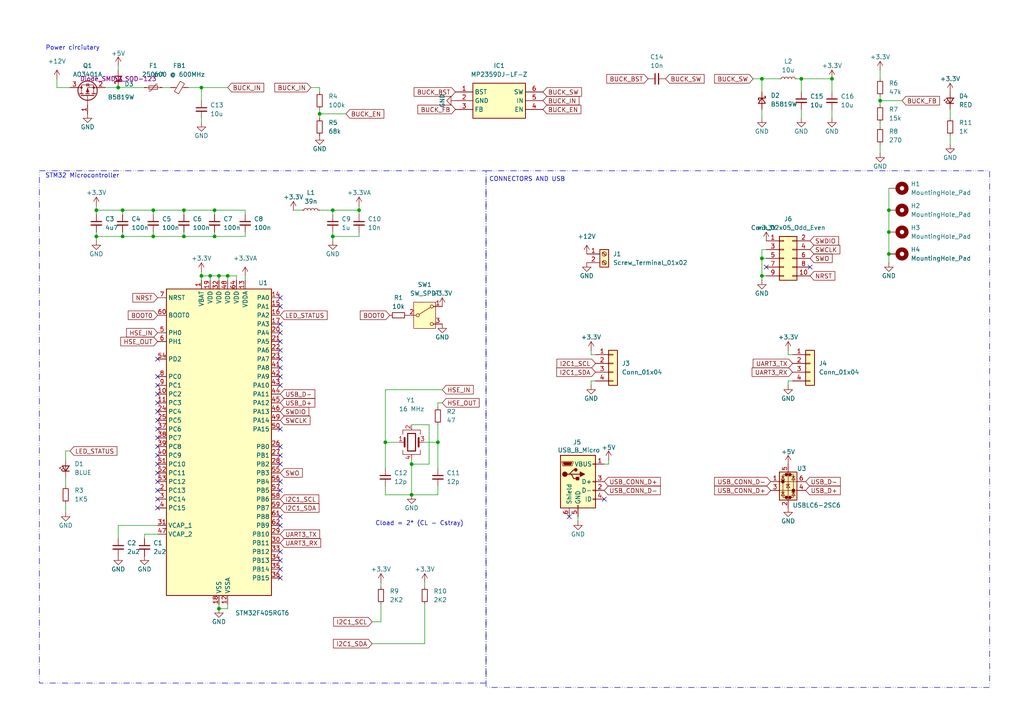
<source format=kicad_sch>
(kicad_sch (version 20231120) (generator "eeschema") (generator_version "8.0")
  (paper "A4")
  (title_block (title "STM32F4_TEST BOARD") (date "2024-07-19") (rev "2.0") (company "IIT JODHPUR"))
  (junction (at 58.42 80.01))
  (junction (at 58.42 25.4))
  (junction (at 63.5 176.53))
  (junction (at 257.81 60.96))
  (junction (at 63.5 80.01))
  (junction (at 62.23 68.58))
  (junction (at 44.45 60.96))
  (junction (at 257.81 67.31))
  (junction (at 220.98 80.01))
  (junction (at 127 128.27))
  (junction (at 53.34 68.58))
  (junction (at 27.94 60.96))
  (junction (at 220.98 22.86))
  (junction (at 53.34 60.96))
  (junction (at 119.38 134.62))
  (junction (at 111.76 128.27))
  (junction (at 257.81 73.66))
  (junction (at 35.56 60.96))
  (junction (at 62.23 60.96))
  (junction (at 104.14 60.96))
  (junction (at 255.27 29.21))
  (junction (at 27.94 68.58))
  (junction (at 96.52 68.58))
  (junction (at 220.98 74.93))
  (junction (at 34.29 25.4))
  (junction (at 119.38 143.51))
  (junction (at 66.04 80.01))
  (junction (at 44.45 68.58))
  (junction (at 60.96 80.01))
  (junction (at 96.52 60.96))
  (junction (at 232.41 22.86))
  (junction (at 241.3 22.86))
  (junction (at 35.56 68.58))
  (junction (at 92.71 33.02))
  (no_connect (at 81.28 106.68))
  (no_connect (at 222.25 77.47))
  (no_connect (at 165.1 149.86))
  (no_connect (at 81.28 142.24))
  (no_connect (at 45.72 116.84))
  (no_connect (at 45.72 142.24))
  (no_connect (at 234.95 77.47))
  (no_connect (at 81.28 129.54))
  (no_connect (at 81.28 160.02))
  (no_connect (at 81.28 162.56))
  (no_connect (at 81.28 124.46))
  (no_connect (at 81.28 93.98))
  (no_connect (at 81.28 139.7))
  (no_connect (at 45.72 147.32))
  (no_connect (at 81.28 134.62))
  (no_connect (at 81.28 109.22))
  (no_connect (at 45.72 127))
  (no_connect (at 45.72 121.92))
  (no_connect (at 45.72 104.14))
  (no_connect (at 81.28 111.76))
  (no_connect (at 45.72 137.16))
  (no_connect (at 81.28 99.06))
  (no_connect (at 175.26 144.78))
  (no_connect (at 45.72 144.78))
  (no_connect (at 81.28 132.08))
  (no_connect (at 45.72 139.7))
  (no_connect (at 81.28 88.9))
  (no_connect (at 45.72 109.22))
  (no_connect (at 81.28 149.86))
  (no_connect (at 45.72 132.08))
  (no_connect (at 45.72 111.76))
  (no_connect (at 45.72 124.46))
  (no_connect (at 45.72 134.62))
  (no_connect (at 81.28 167.64))
  (no_connect (at 45.72 114.3))
  (no_connect (at 45.72 129.54))
  (no_connect (at 81.28 165.1))
  (no_connect (at 81.28 104.14))
  (no_connect (at 81.28 96.52))
  (no_connect (at 81.28 101.6))
  (no_connect (at 45.72 119.38))
  (no_connect (at 81.28 86.36))
  (no_connect (at 81.28 152.4))
  (wire (pts (xy 255.27 27.94) (xy 255.27 29.21)))
  (wire (pts (xy 104.14 67.31) (xy 104.14 68.58)))
  (wire (pts (xy 257.81 54.61) (xy 257.81 60.96)))
  (wire (pts (xy 41.91 154.94) (xy 45.72 154.94)))
  (wire (pts (xy 96.52 68.58) (xy 96.52 69.85)))
  (wire (pts (xy 44.45 60.96) (xy 44.45 62.23)))
  (wire (pts (xy 275.59 39.37) (xy 275.59 41.91)))
  (wire (pts (xy 58.42 25.4) (xy 58.42 29.21)))
  (wire (pts (xy 107.95 180.34) (xy 110.49 180.34)))
  (wire (pts (xy 62.23 60.96) (xy 62.23 62.23)))
  (wire (pts (xy 104.14 59.69) (xy 104.14 60.96)))
  (wire (pts (xy 60.96 80.01) (xy 63.5 80.01)))
  (wire (pts (xy 220.98 22.86) (xy 220.98 26.67)))
  (wire (pts (xy 53.34 60.96) (xy 53.34 62.23)))
  (wire (pts (xy 54.61 25.4) (xy 58.42 25.4)))
  (wire (pts (xy 96.52 60.96) (xy 96.52 62.23)))
  (wire (pts (xy 107.95 186.69) (xy 123.19 186.69)))
  (wire (pts (xy 34.29 152.4) (xy 45.72 152.4)))
  (wire (pts (xy 104.14 60.96) (xy 96.52 60.96)))
  (wire (pts (xy 41.91 156.21) (xy 41.91 154.94)))
  (wire (pts (xy 92.71 31.75) (xy 92.71 33.02)))
  (wire (pts (xy 255.27 41.91) (xy 255.27 44.45)))
  (wire (pts (xy 58.42 34.29) (xy 58.42 35.56)))
  (wire (pts (xy 27.94 68.58) (xy 27.94 69.85)))
  (wire (pts (xy 34.29 19.05) (xy 34.29 20.32)))
  (wire (pts (xy 175.26 134.62) (xy 176.53 134.62)))
  (wire (pts (xy 255.27 20.32) (xy 255.27 22.86)))
  (wire (pts (xy 119.38 134.62) (xy 119.38 143.51)))
  (wire (pts (xy 58.42 78.74) (xy 58.42 80.01)))
  (wire (pts (xy 71.12 60.96) (xy 71.12 62.23)))
  (wire (pts (xy 124.46 123.19) (xy 124.46 134.62)))
  (wire (pts (xy 71.12 80.01) (xy 71.12 81.28)))
  (wire (pts (xy 255.27 29.21) (xy 261.62 29.21)))
  (wire (pts (xy 63.5 80.01) (xy 66.04 80.01)))
  (wire (pts (xy 172.72 110.49) (xy 171.45 110.49)))
  (wire (pts (xy 232.41 31.75) (xy 232.41 34.29)))
  (wire (pts (xy 63.5 176.53) (xy 66.04 176.53)))
  (wire (pts (xy 123.19 168.91) (xy 123.19 170.18)))
  (wire (pts (xy 71.12 68.58) (xy 71.12 67.31)))
  (wire (pts (xy 111.76 113.03) (xy 111.76 128.27)))
  (wire (pts (xy 27.94 60.96) (xy 27.94 62.23)))
  (wire (pts (xy 19.05 130.81) (xy 20.32 130.81)))
  (wire (pts (xy 85.09 60.96) (xy 87.63 60.96)))
  (wire (pts (xy 92.71 25.4) (xy 92.71 26.67)))
  (wire (pts (xy 128.27 116.84) (xy 127 116.84)))
  (wire (pts (xy 34.29 25.4) (xy 41.91 25.4)))
  (wire (pts (xy 119.38 143.51) (xy 127 143.51)))
  (wire (pts (xy 44.45 60.96) (xy 53.34 60.96)))
  (wire (pts (xy 60.96 80.01) (xy 60.96 81.28)))
  (wire (pts (xy 255.27 29.21) (xy 255.27 30.48)))
  (wire (pts (xy 222.25 80.01) (xy 220.98 80.01)))
  (wire (pts (xy 68.58 80.01) (xy 68.58 81.28)))
  (wire (pts (xy 127 128.27) (xy 123.19 128.27)))
  (wire (pts (xy 220.98 74.93) (xy 222.25 74.93)))
  (wire (pts (xy 119.38 123.19) (xy 124.46 123.19)))
  (wire (pts (xy 27.94 67.31) (xy 27.94 68.58)))
  (wire (pts (xy 231.14 22.86) (xy 232.41 22.86)))
  (wire (pts (xy 241.3 26.67) (xy 241.3 22.86)))
  (wire (pts (xy 19.05 146.05) (xy 19.05 148.59)))
  (wire (pts (xy 111.76 143.51) (xy 119.38 143.51)))
  (wire (pts (xy 35.56 68.58) (xy 44.45 68.58)))
  (wire (pts (xy 30.48 25.4) (xy 34.29 25.4)))
  (wire (pts (xy 257.81 60.96) (xy 257.81 67.31)))
  (wire (pts (xy 19.05 133.35) (xy 19.05 130.81)))
  (wire (pts (xy 104.14 62.23) (xy 104.14 60.96)))
  (wire (pts (xy 220.98 72.39) (xy 222.25 72.39)))
  (wire (pts (xy 128.27 113.03) (xy 111.76 113.03)))
  (wire (pts (xy 53.34 68.58) (xy 62.23 68.58)))
  (wire (pts (xy 62.23 68.58) (xy 71.12 68.58)))
  (wire (pts (xy 228.6 110.49) (xy 229.87 110.49)))
  (wire (pts (xy 63.5 80.01) (xy 63.5 81.28)))
  (wire (pts (xy 127 135.89) (xy 127 128.27)))
  (wire (pts (xy 220.98 74.93) (xy 220.98 72.39)))
  (wire (pts (xy 176.53 134.62) (xy 176.53 133.35)))
  (wire (pts (xy 241.3 31.75) (xy 241.3 34.29)))
  (wire (pts (xy 257.81 73.66) (xy 257.81 76.2)))
  (wire (pts (xy 62.23 67.31) (xy 62.23 68.58)))
  (wire (pts (xy 127 140.97) (xy 127 143.51)))
  (wire (pts (xy 27.94 60.96) (xy 35.56 60.96)))
  (wire (pts (xy 111.76 140.97) (xy 111.76 143.51)))
  (wire (pts (xy 66.04 176.53) (xy 66.04 175.26)))
  (wire (pts (xy 16.51 25.4) (xy 20.32 25.4)))
  (wire (pts (xy 35.56 60.96) (xy 35.56 62.23)))
  (wire (pts (xy 63.5 175.26) (xy 63.5 176.53)))
  (wire (pts (xy 96.52 67.31) (xy 96.52 68.58)))
  (wire (pts (xy 171.45 102.87) (xy 172.72 102.87)))
  (wire (pts (xy 58.42 80.01) (xy 58.42 81.28)))
  (wire (pts (xy 44.45 68.58) (xy 53.34 68.58)))
  (wire (pts (xy 92.71 33.02) (xy 100.33 33.02)))
  (wire (pts (xy 220.98 80.01) (xy 220.98 74.93)))
  (wire (pts (xy 127 123.19) (xy 127 128.27)))
  (wire (pts (xy 228.6 101.6) (xy 228.6 102.87)))
  (wire (pts (xy 123.19 186.69) (xy 123.19 175.26)))
  (wire (pts (xy 66.04 80.01) (xy 66.04 81.28)))
  (wire (pts (xy 53.34 67.31) (xy 53.34 68.58)))
  (wire (pts (xy 255.27 35.56) (xy 255.27 36.83)))
  (wire (pts (xy 96.52 68.58) (xy 104.14 68.58)))
  (wire (pts (xy 44.45 67.31) (xy 44.45 68.58)))
  (wire (pts (xy 110.49 180.34) (xy 110.49 175.26)))
  (wire (pts (xy 241.3 22.86) (xy 232.41 22.86)))
  (wire (pts (xy 46.99 25.4) (xy 49.53 25.4)))
  (wire (pts (xy 111.76 135.89) (xy 111.76 128.27)))
  (wire (pts (xy 35.56 60.96) (xy 44.45 60.96)))
  (wire (pts (xy 90.17 25.4) (xy 92.71 25.4)))
  (wire (pts (xy 220.98 22.86) (xy 226.06 22.86)))
  (wire (pts (xy 58.42 25.4) (xy 66.04 25.4)))
  (wire (pts (xy 220.98 31.75) (xy 220.98 34.29)))
  (wire (pts (xy 66.04 80.01) (xy 68.58 80.01)))
  (wire (pts (xy 228.6 102.87) (xy 229.87 102.87)))
  (wire (pts (xy 16.51 25.4) (xy 16.51 22.86)))
  (wire (pts (xy 27.94 68.58) (xy 35.56 68.58)))
  (wire (pts (xy 53.34 60.96) (xy 62.23 60.96)))
  (wire (pts (xy 124.46 134.62) (xy 119.38 134.62)))
  (wire (pts (xy 257.81 67.31) (xy 257.81 73.66)))
  (wire (pts (xy 171.45 101.6) (xy 171.45 102.87)))
  (wire (pts (xy 34.29 152.4) (xy 34.29 156.21)))
  (wire (pts (xy 92.71 60.96) (xy 96.52 60.96)))
  (wire (pts (xy 127 116.84) (xy 127 118.11)))
  (wire (pts (xy 111.76 128.27) (xy 115.57 128.27)))
  (wire (pts (xy 220.98 80.01) (xy 220.98 81.28)))
  (wire (pts (xy 27.94 59.69) (xy 27.94 60.96)))
  (wire (pts (xy 275.59 31.75) (xy 275.59 34.29)))
  (wire (pts (xy 167.64 149.86) (xy 167.64 151.13)))
  (wire (pts (xy 228.6 111.76) (xy 228.6 110.49)))
  (wire (pts (xy 171.45 110.49) (xy 171.45 111.76)))
  (wire (pts (xy 62.23 60.96) (xy 71.12 60.96)))
  (wire (pts (xy 92.71 33.02) (xy 92.71 34.29)))
  (wire (pts (xy 218.44 22.86) (xy 220.98 22.86)))
  (wire (pts (xy 58.42 80.01) (xy 60.96 80.01)))
  (wire (pts (xy 19.05 138.43) (xy 19.05 140.97)))
  (wire (pts (xy 110.49 168.91) (xy 110.49 170.18)))
  (wire (pts (xy 232.41 22.86) (xy 232.41 26.67)))
  (wire (pts (xy 35.56 67.31) (xy 35.56 68.58)))
  (wire (pts (xy 119.38 133.35) (xy 119.38 134.62)))
  (rectangle (start 140.97 49.53) (end 287.02 199.39) (stroke (width 0) (type dash_dot_dot)))
  (rectangle (start 11.43 49.53) (end 140.97 198.12) (stroke (width 0) (type dash_dot_dot)))
  (text "CONNECTORS AND USB\n" (at 152.908 52.07 0) (effects (font (size 1.27 1.27))))
  (text "Cload = 2* (CL - Cstray)" (at 121.666 151.892 0) (effects (font (size 1.27 1.27))))
  (text "Power circiutary\n" (at 21.082 13.97 0) (effects (font (size 1.27 1.27))))
  (text "STM32 Microcontroller" (at 23.876 51.054 0) (effects (font (size 1.27 1.27))))
  (global_label "I2C1_SDA" (shape input) (at 81.28 147.32 0) (property "Intersheetrefs" "${INTERSHEET_REFS}" (effects (hide yes))))
  (global_label "HSE_OUT" (shape input) (at 128.27 116.84 0) (property "Intersheetrefs" "${INTERSHEET_REFS}" (effects (hide yes))))
  (global_label "SWDIO" (shape input) (at 234.95 69.85 0) (property "Intersheetrefs" "${INTERSHEET_REFS}" (effects (hide yes))))
  (global_label "USB_D-" (shape input) (at 81.28 114.3 0) (property "Intersheetrefs" "${INTERSHEET_REFS}" (effects (hide yes))))
  (global_label "BUCK_SW" (shape input) (at 157.48 26.67 0) (property "Intersheetrefs" "${INTERSHEET_REFS}" (effects (hide yes))))
  (global_label "UART3_TX" (shape input) (at 229.87 105.41 180) (property "Intersheetrefs" "${INTERSHEET_REFS}" (effects (hide yes))))
  (global_label "NRST" (shape input) (at 234.95 80.01 0) (property "Intersheetrefs" "${INTERSHEET_REFS}" (effects (hide yes))))
  (global_label "BUCK_FB" (shape input) (at 132.08 31.75 180) (property "Intersheetrefs" "${INTERSHEET_REFS}" (effects (hide yes))))
  (global_label "SWCLK" (shape input) (at 234.95 72.39 0) (property "Intersheetrefs" "${INTERSHEET_REFS}" (effects (hide yes))))
  (global_label "BUCK_EN" (shape input) (at 100.33 33.02 0) (property "Intersheetrefs" "${INTERSHEET_REFS}" (effects (hide yes))))
  (global_label "BUCK_SW" (shape input) (at 218.44 22.86 180) (property "Intersheetrefs" "${INTERSHEET_REFS}" (effects (hide yes))))
  (global_label "UART3_RX" (shape input) (at 229.87 107.95 180) (property "Intersheetrefs" "${INTERSHEET_REFS}" (effects (hide yes))))
  (global_label "NRST" (shape input) (at 45.72 86.36 180) (property "Intersheetrefs" "${INTERSHEET_REFS}" (effects (hide yes))))
  (global_label "USB_D+" (shape input) (at 233.68 142.24 0) (property "Intersheetrefs" "${INTERSHEET_REFS}" (effects (hide yes))))
  (global_label "I2C1_SCL" (shape input) (at 81.28 144.78 0) (property "Intersheetrefs" "${INTERSHEET_REFS}" (effects (hide yes))))
  (global_label "SWO" (shape input) (at 81.28 137.16 0) (property "Intersheetrefs" "${INTERSHEET_REFS}" (effects (hide yes))))
  (global_label "BUCK_BST" (shape input) (at 187.96 22.86 180) (property "Intersheetrefs" "${INTERSHEET_REFS}" (effects (hide yes))))
  (global_label "USB_D-" (shape input) (at 233.68 139.7 0) (property "Intersheetrefs" "${INTERSHEET_REFS}" (effects (hide yes))))
  (global_label "BUCK_BST" (shape input) (at 132.08 26.67 180) (property "Intersheetrefs" "${INTERSHEET_REFS}" (effects (hide yes))))
  (global_label "BUCK_IN" (shape input) (at 157.48 29.21 0) (property "Intersheetrefs" "${INTERSHEET_REFS}" (effects (hide yes))))
  (global_label "LED_STATUS" (shape input) (at 20.32 130.81 0) (property "Intersheetrefs" "${INTERSHEET_REFS}" (effects (hide yes))))
  (global_label "BOOT0" (shape input) (at 113.03 91.44 180) (property "Intersheetrefs" "${INTERSHEET_REFS}" (effects (hide yes))))
  (global_label "SWCLK" (shape input) (at 81.28 121.92 0) (property "Intersheetrefs" "${INTERSHEET_REFS}" (effects (hide yes))))
  (global_label "UART3_TX" (shape input) (at 81.28 154.94 0) (property "Intersheetrefs" "${INTERSHEET_REFS}" (effects (hide yes))))
  (global_label "SWO" (shape input) (at 234.95 74.93 0) (property "Intersheetrefs" "${INTERSHEET_REFS}" (effects (hide yes))))
  (global_label "I2C1_SCL" (shape input) (at 107.95 180.34 180) (property "Intersheetrefs" "${INTERSHEET_REFS}" (effects (hide yes))))
  (global_label "BUCK_FB" (shape input) (at 261.62 29.21 0) (property "Intersheetrefs" "${INTERSHEET_REFS}" (effects (hide yes))))
  (global_label "USB_CONN_D-" (shape input) (at 175.26 142.24 0) (property "Intersheetrefs" "${INTERSHEET_REFS}" (effects (hide yes))))
  (global_label "BUCK_EN" (shape input) (at 157.48 31.75 0) (property "Intersheetrefs" "${INTERSHEET_REFS}" (effects (hide yes))))
  (global_label "I2C1_SCL" (shape input) (at 172.72 105.41 180) (property "Intersheetrefs" "${INTERSHEET_REFS}" (effects (hide yes))))
  (global_label "BUCK_IN" (shape input) (at 66.04 25.4 0) (property "Intersheetrefs" "${INTERSHEET_REFS}" (effects (hide yes))))
  (global_label "BOOT0" (shape input) (at 45.72 91.44 180) (property "Intersheetrefs" "${INTERSHEET_REFS}" (effects (hide yes))))
  (global_label "HSE_IN" (shape input) (at 45.72 96.52 180) (property "Intersheetrefs" "${INTERSHEET_REFS}" (effects (hide yes))))
  (global_label "I2C1_SDA" (shape input) (at 107.95 186.69 180) (property "Intersheetrefs" "${INTERSHEET_REFS}" (effects (hide yes))))
  (global_label "HSE_OUT" (shape input) (at 45.72 99.06 180) (property "Intersheetrefs" "${INTERSHEET_REFS}" (effects (hide yes))))
  (global_label "BUCK_SW" (shape input) (at 193.04 22.86 0) (property "Intersheetrefs" "${INTERSHEET_REFS}" (effects (hide yes))))
  (global_label "USB_CONN_D-" (shape input) (at 223.52 139.7 180) (property "Intersheetrefs" "${INTERSHEET_REFS}" (effects (hide yes))))
  (global_label "I2C1_SDA" (shape input) (at 172.72 107.95 180) (property "Intersheetrefs" "${INTERSHEET_REFS}" (effects (hide yes))))
  (global_label "SWDIO" (shape input) (at 81.28 119.38 0) (property "Intersheetrefs" "${INTERSHEET_REFS}" (effects (hide yes))))
  (global_label "UART3_RX" (shape input) (at 81.28 157.48 0) (property "Intersheetrefs" "${INTERSHEET_REFS}" (effects (hide yes))))
  (global_label "USB_CONN_D+" (shape input) (at 175.26 139.7 0) (property "Intersheetrefs" "${INTERSHEET_REFS}" (effects (hide yes))))
  (global_label "LED_STATUS" (shape input) (at 81.28 91.44 0) (property "Intersheetrefs" "${INTERSHEET_REFS}" (effects (hide yes))))
  (global_label "USB_CONN_D+" (shape input) (at 223.52 142.24 180) (property "Intersheetrefs" "${INTERSHEET_REFS}" (effects (hide yes))))
  (global_label "HSE_IN" (shape input) (at 128.27 113.03 0) (property "Intersheetrefs" "${INTERSHEET_REFS}" (effects (hide yes))))
  (global_label "USB_D+" (shape input) (at 81.28 116.84 0) (property "Intersheetrefs" "${INTERSHEET_REFS}" (effects (hide yes))))
  (global_label "BUCK_IN" (shape input) (at 90.17 25.4 180) (property "Intersheetrefs" "${INTERSHEET_REFS}" (effects (hide yes))))
  (symbol (lib_id "Transistor_FET:AO3401A") (at 25.4 27.94 90) (unit 1)
    (property "Reference" "Q1" (at 25.4 19.05 90))
    (property "Value" "AO3401A" (at 25.4 21.59 90))
    (property "Footprint" "Package_TO_SOT_SMD:SOT-23" (effects (hide yes)))
    (property "Datasheet" "http://www.aosmd.com/pdfs/datasheet/AO3401A.pdf" (effects (hide yes)))
    (property "Description" "-4.0A Id, -30V Vds, P-Channel MOSFET, SOT-23" (effects (hide yes)))
  )
  (symbol (lib_id "Device:R_Small") (at 255.27 39.37 0) (unit 1)
    (property "Reference" "R8" (at 257.81 38.0999 0) (effects (justify left)))
    (property "Value" "270" (at 257.81 40.6399 0) (effects (justify left)))
    (property "Footprint" "Resistor_SMD:R_0603_1608Metric" (effects (hide yes)))
    (property "Description" "Resistor, small symbol" (effects (hide yes)))
  )
  (symbol (lib_id "Device:D_Schottky_Small") (at 220.98 29.21 270) (unit 1)
    (property "Reference" "D2" (at 223.52 27.6859 90) (effects (justify left)))
    (property "Value" "B5819W" (at 223.52 30.2259 90) (effects (justify left)))
    (property "Footprint" "Diode_SMD:D_SOD-123" (effects (hide yes)))
    (property "Description" "Schottky diode, small symbol" (effects (hide yes)))
  )
  (symbol (lib_id "power:GND") (at 171.45 111.76 0) (unit 1)
    (property "Reference" "#PWRc016" (effects (hide yes)))
    (property "Value" "GND" (at 171.45 115.57 0))
    (property "Description" "Power symbol creates a global label with name \"GND\" , ground" (effects (hide yes)))
  )
  (symbol (lib_id "power:+12V") (at 170.18 73.66 0) (unit 1)
    (property "Reference" "#PWR010" (effects (hide yes)))
    (property "Value" "+12V" (at 170.18 68.58 0))
    (property "Description" "Power symbol creates a global label with name \"+12V\"" (effects (hide yes)))
  )
  (symbol (lib_id "MCU_ST_STM32F4:STM32F405RGTx") (at 63.5 129.54 0) (unit 1)
    (property "Reference" "U1" (at 74.93 82.042 0) (effects (justify left)))
    (property "Value" "STM32F405RGT6" (at 68.2341 177.8 0) (effects (justify left)))
    (property "Footprint" "Package_QFP:LQFP-64_10x10mm_P0.5mm" (effects (hide yes)))
    (property "Datasheet" "https://www.st.com/resource/en/datasheet/stm32f405rg.pdf" (effects (hide yes)))
    (property "Description" "STMicroelectronics Arm Cortex-M4 MCU, 1024KB flash, 192KB RAM, 168 MHz, 1.8-3.6V, 51 GPIO, LQFP64" (effects (hide yes)))
  )
  (symbol (lib_id "power:+5V") (at 176.53 133.35 0) (unit 1)
    (property "Reference" "#PWR017" (effects (hide yes)))
    (property "Value" "+5V" (at 176.53 129.794 0))
    (property "Description" "Power symbol creates a global label with name \"+5V\"" (effects (hide yes)))
  )
  (symbol (lib_id "MP2359DJ-LF-Z:MP2359DJ-LF-Z") (at 132.08 26.67 0) (unit 1)
    (property "Reference" "IC1" (at 144.78 19.05 0))
    (property "Value" "MP2359DJ-LF-Z" (at 144.78 21.59 0))
    (property "Footprint" "Package_TO_SOT_SMD:SOT-23-6" (effects (hide yes)))
    (property "Datasheet" "https://datasheet.datasheetarchive.com/originals/distributors/Datasheets_SAMA/89d986a89c59d1844ef77b6f65b8a4d2.pdf" (effects (hide yes)))
    (property "Description" "Voltage Regulators - Switching Regulators 1A 24V 1.4MHz Non-sync Buck" (effects (hide yes)))
    (property "Height" "1" (effects (hide yes)))
    (property "Mouser Part Number" "946-MP2359DJLFZ" (effects (hide yes)))
    (property "Mouser Price/Stock" "https://www.mouser.co.uk/ProductDetail/Monolithic-Power-Systems-MPS/MP2359DJ-LF-Z?qs=rC7bBWoQAAkgAaURxgQSyA%3D%3D" (effects (hide yes)))
    (property "Manufacturer_Name" "Monolithic Power Systems (MPS)" (effects (hide yes)))
    (property "Manufacturer_Part_Number" "MP2359DJ-LF-Z" (effects (hide yes)))
  )
  (symbol (lib_id "power:+3.3V") (at 222.25 69.85 0) (unit 1)
    (property "Reference" "#PWR011" (effects (hide yes)))
    (property "Value" "+3.3V" (at 222.25 66.04 0))
    (property "Description" "Power symbol creates a global label with name \"+3.3V\"" (effects (hide yes)))
  )
  (symbol (lib_id "power:+3.3V") (at 85.09 60.96 0) (unit 1)
    (property "Reference" "#PWR05" (effects (hide yes)))
    (property "Value" "+3.3V" (at 85.09 57.15 0))
    (property "Description" "Power symbol creates a global label with name \"+3.3V\"" (effects (hide yes)))
  )
  (symbol (lib_id "power:+3.3V") (at 58.42 78.74 0) (unit 1)
    (property "Reference" "#PWR02" (effects (hide yes)))
    (property "Value" "+3.3V" (at 58.42 74.93 0))
    (property "Description" "Power symbol creates a global label with name \"+3.3V\"" (effects (hide yes)))
  )
  (symbol (lib_id "power:GND") (at 257.81 76.2 0) (unit 1)
    (property "Reference" "#PWRc023" (effects (hide yes)))
    (property "Value" "GND" (at 257.81 80.01 0))
    (property "Description" "Power symbol creates a global label with name \"GND\" , ground" (effects (hide yes)))
  )
  (symbol (lib_id "power:GND") (at 167.64 151.13 0) (unit 1)
    (property "Reference" "#PWRc019" (effects (hide yes)))
    (property "Value" "GND" (at 167.64 154.94 0))
    (property "Description" "Power symbol creates a global label with name \"GND\" , ground" (effects (hide yes)))
  )
  (symbol (lib_id "Device:D_Schottky_Small") (at 34.29 22.86 90) (unit 1)
    (property "Reference" "D3" (at 36.068 24.384 90) (effects (justify right)))
    (property "Value" "B5819W" (at 31.242 28.194 90) (effects (justify right)))
    (property "Footprint" "Diode_SMD:D_SOD-123" (at 34.29 22.86 90))
    (property "Description" "Schottky diode, small symbol" (effects (hide yes)))
  )
  (symbol (lib_id "power:GND") (at 96.52 69.85 0) (unit 1)
    (property "Reference" "#PWRc05" (effects (hide yes)))
    (property "Value" "GND" (at 96.52 73.66 0))
    (property "Description" "Power symbol creates a global label with name \"GND\" , ground" (effects (hide yes)))
  )
  (symbol (lib_id "power:+3.3V") (at 128.27 88.9 0) (unit 1)
    (property "Reference" "#PWR01" (effects (hide yes)))
    (property "Value" "+3.3V" (at 128.27 85.09 0))
    (property "Description" "Power symbol creates a global label with name \"+3.3V\"" (effects (hide yes)))
  )
  (symbol (lib_id "Device:R_Small") (at 92.71 29.21 0) (unit 1)
    (property "Reference" "R4" (at 95.25 27.9399 0) (effects (justify left)))
    (property "Value" "100k" (at 95.25 30.4799 0) (effects (justify left)))
    (property "Footprint" "Resistor_SMD:R_0603_1608Metric" (effects (hide yes)))
    (property "Description" "Resistor, small symbol" (effects (hide yes)))
  )
  (symbol (lib_id "power:GND") (at 58.42 35.56 0) (unit 1)
    (property "Reference" "#PWRc09" (effects (hide yes)))
    (property "Value" "GND" (at 58.42 39.37 0))
    (property "Description" "Power symbol creates a global label with name \"GND\" , ground" (effects (hide yes)))
  )
  (symbol (lib_id "Connector_Generic:Conn_01x04") (at 177.8 105.41 0) (unit 1)
    (property "Reference" "J3" (at 180.34 105.4099 0) (effects (justify left)))
    (property "Value" "Conn_01x04" (at 180.34 107.9499 0) (effects (justify left)))
    (property "Footprint" "Connector_Molex:Molex_PicoBlade_53048-0410_1x04_P1.25mm_Horizontal" (effects (hide yes)))
    (property "Description" "Generic connector, single row, 01x04, script generated (kicad-library-utils/schlib/autogen/connector/)" (effects (hide yes)))
  )
  (symbol (lib_id "Device:C_Small") (at 71.12 64.77 0) (unit 1)
    (property "Reference" "C8" (at 73.66 63.5062 0) (effects (justify left)))
    (property "Value" "100n" (at 73.66 66.0462 0) (effects (justify left)))
    (property "Footprint" "Capacitor_SMD:C_0402_1005Metric" (effects (hide yes)))
    (property "Description" "Unpolarized capacitor, small symbol" (effects (hide yes)))
  )
  (symbol (lib_id "Device:Polyfuse_Small") (at 44.45 25.4 270) (unit 1)
    (property "Reference" "F1" (at 44.45 19.05 90))
    (property "Value" "250mA" (at 44.45 21.59 90))
    (property "Footprint" "Fuse:Fuse_1206_3216Metric" (effects (hide yes)))
    (property "Description" "Resettable fuse, polymeric positive temperature coefficient, small symbol" (effects (hide yes)))
  )
  (symbol (lib_id "power:GND") (at 128.27 93.98 0) (unit 1)
    (property "Reference" "#PWRc03" (effects (hide yes)))
    (property "Value" "GND" (at 128.27 97.79 0))
    (property "Description" "Power symbol creates a global label with name \"GND\" , ground" (effects (hide yes)))
  )
  (symbol (lib_id "power:GND") (at 25.4 33.02 0) (unit 1)
    (property "Reference" "#PWRc08" (effects (hide yes)))
    (property "Value" "GND" (at 25.4 36.83 0))
    (property "Description" "Power symbol creates a global label with name \"GND\" , ground" (effects (hide yes)))
  )
  (symbol (lib_id "Device:LED_Small") (at 275.59 29.21 90) (unit 1)
    (property "Reference" "D4" (at 278.13 27.8764 90) (effects (justify right)))
    (property "Value" "RED" (at 278.13 30.4164 90) (effects (justify right)))
    (property "Footprint" "LED_SMD:LED_0603_1608Metric" (effects (hide yes)))
    (property "Description" "Light emitting diode, small symbol" (effects (hide yes)))
  )
  (symbol (lib_id "power:GND") (at 220.98 34.29 0) (unit 1)
    (property "Reference" "#PWRc010" (effects (hide yes)))
    (property "Value" "GND" (at 220.98 38.1 0))
    (property "Description" "Power symbol creates a global label with name \"GND\" , ground" (effects (hide yes)))
  )
  (symbol (lib_id "Device:C_Small") (at 34.29 158.75 0) (unit 1)
    (property "Reference" "C2" (at 36.83 157.4862 0) (effects (justify left)))
    (property "Value" "2u2" (at 36.83 160.0262 0) (effects (justify left)))
    (property "Footprint" "Capacitor_SMD:C_0603_1608Metric" (effects (hide yes)))
    (property "Description" "Unpolarized capacitor, small symbol" (effects (hide yes)))
  )
  (symbol (lib_id "power:+3.3V") (at 110.49 168.91 0) (unit 1)
    (property "Reference" "#PWR012" (effects (hide yes)))
    (property "Value" "+3.3V" (at 110.49 165.1 0))
    (property "Description" "Power symbol creates a global label with name \"+3.3V\"" (effects (hide yes)))
  )
  (symbol (lib_id "Connector:Screw_Terminal_01x02") (at 175.26 73.66 0) (unit 1)
    (property "Reference" "J1" (at 177.8 73.6599 0) (effects (justify left)))
    (property "Value" "Screw_Terminal_01x02" (at 177.8 76.1999 0) (effects (justify left)))
    (property "Footprint" "Connector_Phoenix_SPT:PhoenixContact_SPT_1.5_2-H-3.5_1x02_P3.5mm_Horizontal" (effects (hide yes)))
    (property "Description" "Generic screw terminal, single row, 01x02, script generated (kicad-library-utils/schlib/autogen/connector/)" (effects (hide yes)))
  )
  (symbol (lib_id "power:+3.3V") (at 241.3 22.86 0) (unit 1)
    (property "Reference" "#PWR08" (effects (hide yes)))
    (property "Value" "+3.3V" (at 241.3 19.05 0))
    (property "Description" "Power symbol creates a global label with name \"+3.3V\"" (effects (hide yes)))
  )
  (symbol (lib_id "power:GND") (at 220.98 81.28 0) (unit 1)
    (property "Reference" "#PWRc015" (effects (hide yes)))
    (property "Value" "GND" (at 220.98 85.09 0))
    (property "Description" "Power symbol creates a global label with name \"GND\" , ground" (effects (hide yes)))
  )
  (symbol (lib_id "power:GND") (at 232.41 34.29 0) (unit 1)
    (property "Reference" "#PWRc011" (effects (hide yes)))
    (property "Value" "GND" (at 232.41 38.1 0))
    (property "Description" "Power symbol creates a global label with name \"GND\" , ground" (effects (hide yes)))
  )
  (symbol (lib_id "Mechanical:MountingHole_Pad") (at 260.35 54.61 270) (unit 1) (exclude_from_sim yes) (in_bom no)
    (property "Reference" "H1" (at 264.16 53.3399 90) (effects (justify left)))
    (property "Value" "MountingHole_Pad" (at 264.16 55.8799 90) (effects (justify left)))
    (property "Footprint" "MountingHole:MountingHole_2.2mm_M2_DIN965_Pad" (effects (hide yes)))
    (property "Description" "Mounting Hole with connection" (effects (hide yes)))
  )
  (symbol (lib_id "Power_Protection:USBLC6-2SC6") (at 228.6 139.7 0) (unit 1)
    (property "Reference" "U3" (at 231.14 135.89 0) (effects (justify left)))
    (property "Value" "USBLC6-2SC6" (at 229.87 146.558 0) (effects (justify left)))
    (property "Footprint" "Package_TO_SOT_SMD:SOT-23-6" (effects (hide yes)))
    (property "Datasheet" "https://www.st.com/resource/en/datasheet/usblc6-2.pdf" (effects (hide yes)))
    (property "Description" "Very low capacitance ESD protection diode, 2 data-line, SOT-23-6" (effects (hide yes)))
  )
  (symbol (lib_id "power:GND") (at 63.5 176.53 0) (unit 1)
    (property "Reference" "#PWRc0101" (effects (hide yes)))
    (property "Value" "GND" (at 63.5 180.34 0))
    (property "Description" "Power symbol creates a global label with name \"GND\" , ground" (effects (hide yes)))
  )
  (symbol (lib_id "power:GND") (at 34.29 161.29 0) (unit 1)
    (property "Reference" "#PWRc02" (effects (hide yes)))
    (property "Value" "GND" (at 34.29 165.1 0))
    (property "Description" "Power symbol creates a global label with name \"GND\" , ground" (effects (hide yes)))
  )
  (symbol (lib_id "power:GND") (at 119.38 143.51 0) (unit 1)
    (property "Reference" "#PWRc06" (effects (hide yes)))
    (property "Value" "GND" (at 119.38 147.32 0))
    (property "Description" "Power symbol creates a global label with name \"GND\" , ground" (effects (hide yes)))
  )
  (symbol (lib_id "Device:LED_Small") (at 19.05 135.89 90) (unit 1)
    (property "Reference" "D1" (at 21.59 134.5564 90) (effects (justify right)))
    (property "Value" "BLUE" (at 21.59 137.0964 90) (effects (justify right)))
    (property "Footprint" "LED_SMD:LED_0603_1608Metric" (effects (hide yes)))
    (property "Description" "Light emitting diode, small symbol" (effects (hide yes)))
  )
  (symbol (lib_id "power:GND") (at 228.6 111.76 0) (unit 1)
    (property "Reference" "#PWRc017" (effects (hide yes)))
    (property "Value" "GND" (at 228.6 115.57 0))
    (property "Description" "Power symbol creates a global label with name \"GND\" , ground" (effects (hide yes)))
  )
  (symbol (lib_id "power:GND") (at 241.3 34.29 0) (unit 1)
    (property "Reference" "#PWRc012" (effects (hide yes)))
    (property "Value" "GND" (at 241.3 38.1 0))
    (property "Description" "Power symbol creates a global label with name \"GND\" , ground" (effects (hide yes)))
  )
  (symbol (lib_id "Device:C_Small") (at 232.41 29.21 0) (unit 1)
    (property "Reference" "C15" (at 234.95 27.9462 0) (effects (justify left)))
    (property "Value" "10u" (at 234.95 30.4862 0) (effects (justify left)))
    (property "Footprint" "Capacitor_SMD:C_1206_3216Metric" (effects (hide yes)))
    (property "Description" "Unpolarized capacitor, small symbol" (effects (hide yes)))
  )
  (symbol (lib_id "power:+5V") (at 228.6 134.62 0) (unit 1)
    (property "Reference" "#PWR018" (effects (hide yes)))
    (property "Value" "+5V" (at 228.6 131.064 0))
    (property "Description" "Power symbol creates a global label with name \"+5V\"" (effects (hide yes)))
  )
  (symbol (lib_id "power:+3.3V") (at 27.94 59.69 0) (unit 1)
    (property "Reference" "#PWR04" (effects (hide yes)))
    (property "Value" "+3.3V" (at 27.94 55.88 0))
    (property "Description" "Power symbol creates a global label with name \"+3.3V\"" (effects (hide yes)))
  )
  (symbol (lib_id "Device:R_Small") (at 115.57 91.44 270) (unit 1)
    (property "Reference" "R1" (at 115.57 86.36 90))
    (property "Value" "10k" (at 115.57 88.9 90))
    (property "Footprint" "Resistor_SMD:R_0402_1005Metric" (effects (hide yes)))
    (property "Description" "Resistor, small symbol" (effects (hide yes)))
  )
  (symbol (lib_id "power:+3.3VA") (at 104.14 59.69 0) (unit 1)
    (property "Reference" "#PWR06" (effects (hide yes)))
    (property "Value" "+3.3VA" (at 104.14 55.88 0))
    (property "Description" "Power symbol creates a global label with name \"+3.3VA\"" (effects (hide yes)))
  )
  (symbol (lib_id "Device:R_Small") (at 275.59 36.83 0) (unit 1)
    (property "Reference" "R11" (at 278.13 35.5599 0) (effects (justify left)))
    (property "Value" "1K" (at 278.13 38.0999 0) (effects (justify left)))
    (property "Footprint" "Resistor_SMD:R_0603_1608Metric" (effects (hide yes)))
    (property "Description" "Resistor, small symbol" (effects (hide yes)))
  )
  (symbol (lib_id "Device:Crystal_GND24") (at 119.38 128.27 0) (unit 1)
    (property "Reference" "Y1" (at 119.126 116.078 0))
    (property "Value" "16 MHz" (at 119.38 118.618 0))
    (property "Footprint" "Crystal:Crystal_SMD_3225-4Pin_3.2x2.5mm" (effects (hide yes)))
    (property "Description" "Four pin crystal, GND on pins 2 and 4" (effects (hide yes)))
  )
  (symbol (lib_id "Mechanical:MountingHole_Pad") (at 260.35 73.66 270) (unit 1) (exclude_from_sim yes) (in_bom no)
    (property "Reference" "H4" (at 264.16 72.3899 90) (effects (justify left)))
    (property "Value" "MountingHole_Pad" (at 264.16 74.9299 90) (effects (justify left)))
    (property "Footprint" "MountingHole:MountingHole_2.2mm_M2_DIN965_Pad" (effects (hide yes)))
    (property "Description" "Mounting Hole with connection" (effects (hide yes)))
  )
  (symbol (lib_id "Device:C_Small") (at 111.76 138.43 0) (unit 1)
    (property "Reference" "C12" (at 114.3 137.1662 0) (effects (justify left)))
    (property "Value" "12p" (at 114.3 139.7062 0) (effects (justify left)))
    (property "Footprint" "Capacitor_SMD:C_0402_1005Metric" (effects (hide yes)))
    (property "Description" "Unpolarized capacitor, small symbol" (effects (hide yes)))
  )
  (symbol (lib_id "power:GND") (at 170.18 76.2 0) (unit 1)
    (property "Reference" "#PWRc014" (effects (hide yes)))
    (property "Value" "GND" (at 170.18 80.01 0))
    (property "Description" "Power symbol creates a global label with name \"GND\" , ground" (effects (hide yes)))
  )
  (symbol (lib_id "Device:L_Small") (at 90.17 60.96 90) (unit 1)
    (property "Reference" "L1" (at 90.17 55.88 90))
    (property "Value" "39n" (at 90.17 58.42 90))
    (property "Footprint" "Inductor_SMD:L_Sunlord_MWSA0402S" (effects (hide yes)))
    (property "Description" "Inductor, small symbol" (effects (hide yes)))
  )
  (symbol (lib_id "power:GND") (at 19.05 148.59 0) (unit 1)
    (property "Reference" "#PWRc07" (effects (hide yes)))
    (property "Value" "GND" (at 19.05 152.4 0))
    (property "Description" "Power symbol creates a global label with name \"GND\" , ground" (effects (hide yes)))
  )
  (symbol (lib_id "power:+3.3V") (at 255.27 20.32 0) (unit 1)
    (property "Reference" "#PWR09" (effects (hide yes)))
    (property "Value" "+3.3V" (at 255.27 16.51 0))
    (property "Description" "Power symbol creates a global label with name \"+3.3V\"" (effects (hide yes)))
  )
  (symbol (lib_id "Connector:USB_B_Micro") (at 167.64 139.7 0) (unit 1)
    (property "Reference" "J5" (at 167.386 128.27 0))
    (property "Value" "USB_B_Micro" (at 167.894 130.556 0))
    (property "Footprint" "Connector_USB:USB_Micro-B_Amphenol_10118193-0002LF_Horizontal" (effects (hide yes)))
    (property "Description" "USB Micro Type B connector" (effects (hide yes)))
  )
  (symbol (lib_id "Switch:SW_SPDT") (at 123.19 91.44 0) (unit 1)
    (property "Reference" "SW1" (at 123.19 82.55 0))
    (property "Value" "SW_SPDT" (at 123.19 85.09 0))
    (property "Footprint" "Button_Switch_SMD:SW_SPDT_PCM12" (effects (hide yes)))
    (property "Description" "Switch, single pole double throw" (effects (hide yes)))
  )
  (symbol (lib_id "power:GND") (at 41.91 161.29 0) (unit 1)
    (property "Reference" "#PWRc01" (effects (hide yes)))
    (property "Value" "GND" (at 41.91 165.1 0))
    (property "Description" "Power symbol creates a global label with name \"GND\" , ground" (effects (hide yes)))
  )
  (symbol (lib_id "Device:R_Small") (at 110.49 172.72 0) (unit 1)
    (property "Reference" "R9" (at 113.03 171.4499 0) (effects (justify left)))
    (property "Value" "2K2" (at 113.03 173.9899 0) (effects (justify left)))
    (property "Footprint" "Resistor_SMD:R_0402_1005Metric" (effects (hide yes)))
    (property "Description" "Resistor, small symbol" (effects (hide yes)))
  )
  (symbol (lib_id "Connector_Generic:Conn_02x05_Odd_Even") (at 227.33 74.93 0) (unit 1)
    (property "Reference" "J6" (at 228.6 63.5 0))
    (property "Value" "Conn_02x05_Odd_Even" (at 228.6 66.04 0))
    (property "Footprint" "Connector_PinHeader_1.27mm:PinHeader_2x05_P1.27mm_Vertical" (effects (hide yes)))
    (property "Description" "Generic connector, double row, 02x05, odd/even pin numbering scheme (row 1 odd numbers, row 2 even numbers), script generated (kicad-library-utils/schlib/autogen/connector/)" (effects (hide yes)))
  )
  (symbol (lib_id "Device:C_Small") (at 190.5 22.86 90) (unit 1)
    (property "Reference" "C14" (at 190.5063 16.51 90))
    (property "Value" "10n" (at 190.5063 19.05 90))
    (property "Footprint" "Capacitor_SMD:C_0603_1608Metric" (effects (hide yes)))
    (property "Description" "Unpolarized capacitor, small symbol" (effects (hide yes)))
  )
  (symbol (lib_id "power:+3.3V") (at 228.6 101.6 0) (unit 1)
    (property "Reference" "#PWR015" (effects (hide yes)))
    (property "Value" "+3.3V" (at 228.6 97.79 0))
    (property "Description" "Power symbol creates a global label with name \"+3.3V\"" (effects (hide yes)))
  )
  (symbol (lib_id "Device:C_Small") (at 44.45 64.77 0) (unit 1)
    (property "Reference" "C5" (at 46.99 63.5062 0) (effects (justify left)))
    (property "Value" "100n" (at 46.99 66.0462 0) (effects (justify left)))
    (property "Footprint" "Capacitor_SMD:C_0402_1005Metric" (effects (hide yes)))
    (property "Description" "Unpolarized capacitor, small symbol" (effects (hide yes)))
  )
  (symbol (lib_id "power:+5V") (at 34.29 19.05 0) (unit 1)
    (property "Reference" "#PWR016" (effects (hide yes)))
    (property "Value" "+5V" (at 34.29 15.494 0))
    (property "Description" "Power symbol creates a global label with name \"+5V\"" (effects (hide yes)))
  )
  (symbol (lib_id "power:+12V") (at 16.51 22.86 0) (unit 1)
    (property "Reference" "#PWR07" (effects (hide yes)))
    (property "Value" "+12V" (at 16.51 17.78 0))
    (property "Description" "Power symbol creates a global label with name \"+12V\"" (effects (hide yes)))
  )
  (symbol (lib_id "Device:R_Small") (at 19.05 143.51 0) (unit 1)
    (property "Reference" "R3" (at 21.59 142.2399 0) (effects (justify left)))
    (property "Value" "1K5" (at 21.59 144.7799 0) (effects (justify left)))
    (property "Footprint" "Resistor_SMD:R_0402_1005Metric" (effects (hide yes)))
    (property "Description" "Resistor, small symbol" (effects (hide yes)))
  )
  (symbol (lib_id "Device:FerriteBead_Small") (at 52.07 25.4 90) (unit 1)
    (property "Reference" "FB1" (at 52.0319 19.05 90))
    (property "Value" "600 @ 600MHz" (at 52.0319 21.59 90))
    (property "Footprint" "Inductor_SMD:L_0805_2012Metric" (effects (hide yes)))
    (property "Description" "Ferrite bead, small symbol" (effects (hide yes)))
  )
  (symbol (lib_id "power:GND") (at 255.27 44.45 0) (unit 1)
    (property "Reference" "#PWRc013" (effects (hide yes)))
    (property "Value" "GND" (at 255.27 48.26 0))
    (property "Description" "Power symbol creates a global label with name \"GND\" , ground" (effects (hide yes)))
  )
  (symbol (lib_id "Device:C_Small") (at 96.52 64.77 0) (unit 1)
    (property "Reference" "C9" (at 99.06 63.5062 0) (effects (justify left)))
    (property "Value" "1u" (at 99.06 66.0462 0) (effects (justify left)))
    (property "Footprint" "Capacitor_SMD:C_0402_1005Metric" (effects (hide yes)))
    (property "Description" "Unpolarized capacitor, small symbol" (effects (hide yes)))
  )
  (symbol (lib_id "Device:L_Small") (at 228.6 22.86 90) (unit 1)
    (property "Reference" "L2" (at 228.6 17.78 90))
    (property "Value" "10u" (at 228.6 20.32 90))
    (property "Footprint" "Inductor_SMD:L_Sunlord_MWSA0518S" (effects (hide yes)))
    (property "Description" "Inductor, small symbol" (effects (hide yes)))
  )
  (symbol (lib_id "Device:R_Small") (at 92.71 36.83 0) (unit 1)
    (property "Reference" "R5" (at 95.25 35.5599 0) (effects (justify left)))
    (property "Value" "68k" (at 95.25 38.0999 0) (effects (justify left)))
    (property "Footprint" "Resistor_SMD:R_0603_1608Metric" (effects (hide yes)))
    (property "Description" "Resistor, small symbol" (effects (hide yes)))
  )
  (symbol (lib_id "power:GND") (at 132.08 29.21 270) (unit 1)
    (property "Reference" "#PWRc018" (effects (hide yes)))
    (property "Value" "GND" (at 128.27 29.21 0))
    (property "Description" "Power symbol creates a global label with name \"GND\" , ground" (effects (hide yes)))
  )
  (symbol (lib_id "Device:C_Small") (at 127 138.43 0) (unit 1)
    (property "Reference" "C11" (at 129.54 137.1662 0) (effects (justify left)))
    (property "Value" "12p" (at 129.54 139.7062 0) (effects (justify left)))
    (property "Footprint" "Capacitor_SMD:C_0402_1005Metric" (effects (hide yes)))
    (property "Description" "Unpolarized capacitor, small symbol" (effects (hide yes)))
  )
  (symbol (lib_id "Mechanical:MountingHole_Pad") (at 260.35 67.31 270) (unit 1) (exclude_from_sim yes) (in_bom no)
    (property "Reference" "H3" (at 264.16 66.0399 90) (effects (justify left)))
    (property "Value" "MountingHole_Pad" (at 264.16 68.5799 90) (effects (justify left)))
    (property "Footprint" "MountingHole:MountingHole_2.2mm_M2_DIN965_Pad" (effects (hide yes)))
    (property "Description" "Mounting Hole with connection" (effects (hide yes)))
  )
  (symbol (lib_id "Device:C_Small") (at 53.34 64.77 0) (unit 1)
    (property "Reference" "C6" (at 55.88 63.5062 0) (effects (justify left)))
    (property "Value" "100n" (at 55.88 66.0462 0) (effects (justify left)))
    (property "Footprint" "Capacitor_SMD:C_0402_1005Metric" (effects (hide yes)))
    (property "Description" "Unpolarized capacitor, small symbol" (effects (hide yes)))
  )
  (symbol (lib_id "power:+3.3V") (at 275.59 26.67 0) (unit 1)
    (property "Reference" "#PWR019" (effects (hide yes)))
    (property "Value" "+3.3V" (at 275.59 22.86 0))
    (property "Description" "Power symbol creates a global label with name \"+3.3V\"" (effects (hide yes)))
  )
  (symbol (lib_id "Device:C_Small") (at 58.42 31.75 0) (unit 1)
    (property "Reference" "C13" (at 60.96 30.4862 0) (effects (justify left)))
    (property "Value" "10u" (at 60.96 33.0262 0) (effects (justify left)))
    (property "Footprint" "Capacitor_SMD:C_1206_3216Metric" (effects (hide yes)))
    (property "Description" "Unpolarized capacitor, small symbol" (effects (hide yes)))
  )
  (symbol (lib_id "power:+3.3V") (at 123.19 168.91 0) (unit 1)
    (property "Reference" "#PWR013" (effects (hide yes)))
    (property "Value" "+3.3V" (at 123.19 165.1 0))
    (property "Description" "Power symbol creates a global label with name \"+3.3V\"" (effects (hide yes)))
  )
  (symbol (lib_id "Mechanical:MountingHole_Pad") (at 260.35 60.96 270) (unit 1) (exclude_from_sim yes) (in_bom no)
    (property "Reference" "H2" (at 264.16 59.6899 90) (effects (justify left)))
    (property "Value" "MountingHole_Pad" (at 264.16 62.2299 90) (effects (justify left)))
    (property "Footprint" "MountingHole:MountingHole_2.2mm_M2_DIN965_Pad" (effects (hide yes)))
    (property "Description" "Mounting Hole with connection" (effects (hide yes)))
  )
  (symbol (lib_id "power:GND") (at 92.71 39.37 0) (unit 1)
    (property "Reference" "#PWRc022" (effects (hide yes)))
    (property "Value" "GND" (at 92.71 43.18 0))
    (property "Description" "Power symbol creates a global label with name \"GND\" , ground" (effects (hide yes)))
  )
  (symbol (lib_id "Device:C_Small") (at 27.94 64.77 0) (unit 1)
    (property "Reference" "C3" (at 30.48 63.5062 0) (effects (justify left)))
    (property "Value" "4u7" (at 30.48 66.0462 0) (effects (justify left)))
    (property "Footprint" "Capacitor_SMD:C_0603_1608Metric" (effects (hide yes)))
    (property "Description" "Unpolarized capacitor, small symbol" (effects (hide yes)))
  )
  (symbol (lib_id "power:GND") (at 275.59 41.91 0) (unit 1)
    (property "Reference" "#PWRc021" (effects (hide yes)))
    (property "Value" "GND" (at 275.59 45.72 0))
    (property "Description" "Power symbol creates a global label with name \"GND\" , ground" (effects (hide yes)))
  )
  (symbol (lib_id "Device:R_Small") (at 255.27 33.02 0) (unit 1)
    (property "Reference" "R7" (at 257.81 31.7499 0) (effects (justify left)))
    (property "Value" "15k" (at 257.81 34.2899 0) (effects (justify left)))
    (property "Footprint" "Resistor_SMD:R_0402_1005Metric" (effects (hide yes)))
    (property "Description" "Resistor, small symbol" (effects (hide yes)))
  )
  (symbol (lib_id "Device:C_Small") (at 241.3 29.21 0) (unit 1)
    (property "Reference" "C16" (at 243.84 27.9462 0) (effects (justify left)))
    (property "Value" "10u" (at 243.84 30.4862 0) (effects (justify left)))
    (property "Footprint" "Capacitor_SMD:C_1206_3216Metric" (effects (hide yes)))
    (property "Description" "Unpolarized capacitor, small symbol" (effects (hide yes)))
  )
  (symbol (lib_id "Connector_Generic:Conn_01x04") (at 234.95 105.41 0) (unit 1)
    (property "Reference" "J4" (at 237.49 105.4099 0) (effects (justify left)))
    (property "Value" "Conn_01x04" (at 237.49 107.9499 0) (effects (justify left)))
    (property "Footprint" "Connector_Molex:Molex_PicoBlade_53048-0410_1x04_P1.25mm_Horizontal" (effects (hide yes)))
    (property "Description" "Generic connector, single row, 01x04, script generated (kicad-library-utils/schlib/autogen/connector/)" (effects (hide yes)))
  )
  (symbol (lib_id "power:+3.3VA") (at 71.12 80.01 0) (unit 1)
    (property "Reference" "#PWR03" (effects (hide yes)))
    (property "Value" "+3.3VA" (at 71.12 74.93 0))
    (property "Description" "Power symbol creates a global label with name \"+3.3VA\"" (effects (hide yes)))
  )
  (symbol (lib_id "Device:R_Small") (at 127 120.65 0) (unit 1)
    (property "Reference" "R2" (at 129.54 119.3799 0) (effects (justify left)))
    (property "Value" "47" (at 129.54 121.9199 0) (effects (justify left)))
    (property "Footprint" "Resistor_SMD:R_0402_1005Metric" (effects (hide yes)))
    (property "Description" "Resistor, small symbol" (effects (hide yes)))
  )
  (symbol (lib_id "Device:C_Small") (at 104.14 64.77 0) (unit 1)
    (property "Reference" "C10" (at 106.68 63.5062 0) (effects (justify left)))
    (property "Value" "10n" (at 106.68 66.0462 0) (effects (justify left)))
    (property "Footprint" "Capacitor_SMD:C_0402_1005Metric" (effects (hide yes)))
    (property "Description" "Unpolarized capacitor, small symbol" (effects (hide yes)))
  )
  (symbol (lib_id "Device:C_Small") (at 41.91 158.75 0) (unit 1)
    (property "Reference" "C1" (at 44.45 157.4862 0) (effects (justify left)))
    (property "Value" "2u2" (at 44.45 160.0262 0) (effects (justify left)))
    (property "Footprint" "Capacitor_SMD:C_0603_1608Metric" (effects (hide yes)))
    (property "Description" "Unpolarized capacitor, small symbol" (effects (hide yes)))
  )
  (symbol (lib_id "power:+3.3V") (at 171.45 101.6 0) (unit 1)
    (property "Reference" "#PWR014" (effects (hide yes)))
    (property "Value" "+3.3V" (at 171.45 97.79 0))
    (property "Description" "Power symbol creates a global label with name \"+3.3V\"" (effects (hide yes)))
  )
  (symbol (lib_id "Device:R_Small") (at 123.19 172.72 0) (unit 1)
    (property "Reference" "R10" (at 125.73 171.4499 0) (effects (justify left)))
    (property "Value" "2K2" (at 125.73 173.9899 0) (effects (justify left)))
    (property "Footprint" "Resistor_SMD:R_0402_1005Metric" (effects (hide yes)))
    (property "Description" "Resistor, small symbol" (effects (hide yes)))
  )
  (symbol (lib_id "Device:C_Small") (at 35.56 64.77 0) (unit 1)
    (property "Reference" "C4" (at 38.1 63.5062 0) (effects (justify left)))
    (property "Value" "100n" (at 38.1 66.0462 0) (effects (justify left)))
    (property "Footprint" "Capacitor_SMD:C_0402_1005Metric" (effects (hide yes)))
    (property "Description" "Unpolarized capacitor, small symbol" (effects (hide yes)))
  )
  (symbol (lib_id "Device:C_Small") (at 62.23 64.77 0) (unit 1)
    (property "Reference" "C7" (at 64.77 63.5062 0) (effects (justify left)))
    (property "Value" "100n" (at 64.77 66.0462 0) (effects (justify left)))
    (property "Footprint" "Capacitor_SMD:C_0402_1005Metric" (effects (hide yes)))
    (property "Description" "Unpolarized capacitor, small symbol" (effects (hide yes)))
  )
  (symbol (lib_id "power:GND") (at 27.94 69.85 0) (unit 1)
    (property "Reference" "#PWRc04" (effects (hide yes)))
    (property "Value" "GND" (at 27.94 73.66 0))
    (property "Description" "Power symbol creates a global label with name \"GND\" , ground" (effects (hide yes)))
  )
  (symbol (lib_id "power:GND") (at 228.6 147.32 0) (unit 1)
    (property "Reference" "#PWRc020" (effects (hide yes)))
    (property "Value" "GND" (at 228.6 151.13 0))
    (property "Description" "Power symbol creates a global label with name \"GND\" , ground" (effects (hide yes)))
  )
  (symbol (lib_id "Device:R_Small") (at 255.27 25.4 0) (unit 1)
    (property "Reference" "R6" (at 257.81 24.1299 0) (effects (justify left)))
    (property "Value" "47k" (at 257.81 26.6699 0) (effects (justify left)))
    (property "Footprint" "Resistor_SMD:R_0603_1608Metric" (effects (hide yes)))
    (property "Description" "Resistor, small symbol" (effects (hide yes)))
  )
)
</source>
